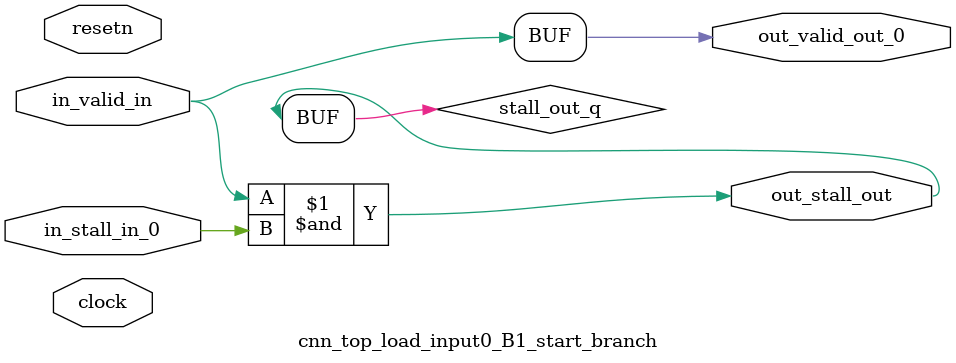
<source format=sv>



(* altera_attribute = "-name AUTO_SHIFT_REGISTER_RECOGNITION OFF; -name MESSAGE_DISABLE 10036; -name MESSAGE_DISABLE 10037; -name MESSAGE_DISABLE 14130; -name MESSAGE_DISABLE 14320; -name MESSAGE_DISABLE 15400; -name MESSAGE_DISABLE 14130; -name MESSAGE_DISABLE 10036; -name MESSAGE_DISABLE 12020; -name MESSAGE_DISABLE 12030; -name MESSAGE_DISABLE 12010; -name MESSAGE_DISABLE 12110; -name MESSAGE_DISABLE 14320; -name MESSAGE_DISABLE 13410; -name MESSAGE_DISABLE 113007; -name MESSAGE_DISABLE 10958" *)
module cnn_top_load_input0_B1_start_branch (
    input wire [0:0] in_stall_in_0,
    input wire [0:0] in_valid_in,
    output wire [0:0] out_stall_out,
    output wire [0:0] out_valid_out_0,
    input wire clock,
    input wire resetn
    );

    wire [0:0] stall_out_q;


    // stall_out(LOGICAL,6)
    assign stall_out_q = in_valid_in & in_stall_in_0;

    // out_stall_out(GPOUT,4)
    assign out_stall_out = stall_out_q;

    // out_valid_out_0(GPOUT,5)
    assign out_valid_out_0 = in_valid_in;

endmodule

</source>
